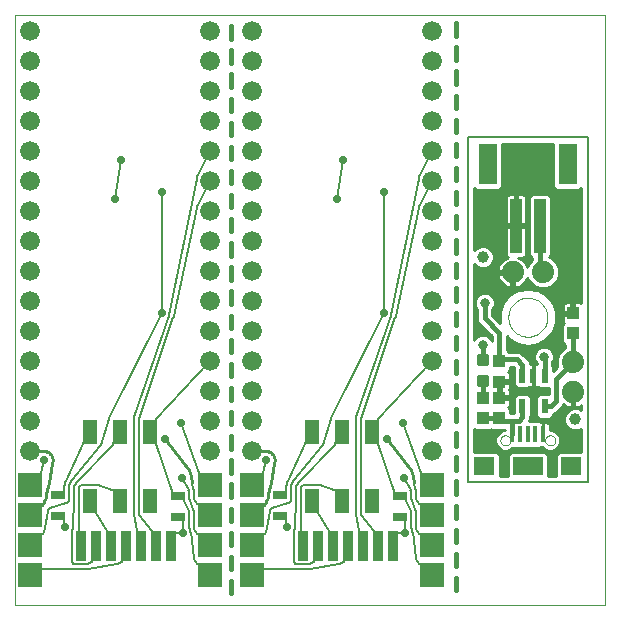
<source format=gtl>
G75*
%MOIN*%
%OFA0B0*%
%FSLAX24Y24*%
%IPPOS*%
%LPD*%
%AMOC8*
5,1,8,0,0,1.08239X$1,22.5*
%
%ADD10C,0.0000*%
%ADD11C,0.0160*%
%ADD12C,0.0080*%
%ADD13C,0.0660*%
%ADD14R,0.0500X0.0800*%
%ADD15R,0.0354X0.0984*%
%ADD16R,0.0800X0.0800*%
%ADD17R,0.0472X0.0315*%
%ADD18C,0.0118*%
%ADD19R,0.0394X0.0433*%
%ADD20R,0.0217X0.0472*%
%ADD21C,0.0000*%
%ADD22C,0.0740*%
%ADD23R,0.0709X0.0591*%
%ADD24R,0.0984X0.0591*%
%ADD25R,0.0157X0.0551*%
%ADD26C,0.0394*%
%ADD27R,0.0394X0.1811*%
%ADD28R,0.0630X0.1339*%
%ADD29C,0.0277*%
%ADD30C,0.0100*%
%ADD31C,0.0320*%
%ADD32C,0.0120*%
D10*
X030992Y033994D02*
X030992Y053680D01*
X050677Y053680D01*
X050677Y033994D01*
X030992Y033994D01*
D11*
X038192Y034394D02*
X038192Y034805D01*
X038192Y035198D02*
X038192Y035609D01*
X038192Y036002D02*
X038192Y036413D01*
X038192Y036806D02*
X038192Y037216D01*
X038192Y037610D02*
X038192Y038020D01*
X038192Y038414D02*
X038192Y038824D01*
X038192Y039218D02*
X038192Y039628D01*
X038192Y040022D02*
X038192Y040432D01*
X038192Y040826D02*
X038192Y041236D01*
X038192Y041630D02*
X038192Y042040D01*
X038192Y042434D02*
X038192Y042844D01*
X038192Y043237D02*
X038192Y043648D01*
X038192Y044041D02*
X038192Y044452D01*
X038192Y044845D02*
X038192Y045255D01*
X038192Y045649D02*
X038192Y046059D01*
X038192Y046453D02*
X038192Y046863D01*
X038192Y047257D02*
X038192Y047667D01*
X038192Y048061D02*
X038192Y048471D01*
X038192Y048865D02*
X038192Y049275D01*
X038192Y049669D02*
X038192Y050079D01*
X038192Y050473D02*
X038192Y050883D01*
X038192Y051276D02*
X038192Y051687D01*
X038192Y052080D02*
X038192Y052491D01*
X038192Y052884D02*
X038192Y053294D01*
X045692Y053394D02*
X045692Y052984D01*
X045692Y052591D02*
X045692Y052180D01*
X045692Y051787D02*
X045692Y051376D01*
X045692Y050983D02*
X045692Y050573D01*
X045692Y050179D02*
X045692Y049769D01*
X045692Y049375D02*
X045692Y048965D01*
X045692Y048571D02*
X045692Y048161D01*
X045692Y047767D02*
X045692Y047357D01*
X045692Y046963D02*
X045692Y046553D01*
X045692Y046159D02*
X045692Y045749D01*
X045692Y045355D02*
X045692Y044945D01*
X045692Y044552D02*
X045692Y044141D01*
X045692Y043748D02*
X045692Y043337D01*
X045692Y042944D02*
X045692Y042534D01*
X045692Y042140D02*
X045692Y041730D01*
X045692Y041336D02*
X045692Y040926D01*
X045692Y040532D02*
X045692Y040122D01*
X045692Y039728D02*
X045692Y039318D01*
X045692Y038924D02*
X045692Y038514D01*
X045692Y038120D02*
X045692Y037710D01*
X045692Y037316D02*
X045692Y036906D01*
X045692Y036513D02*
X045692Y036102D01*
X045692Y035709D02*
X045692Y035298D01*
X045692Y034905D02*
X045692Y034494D01*
X047580Y039685D02*
X047580Y040136D01*
X047592Y040147D01*
X047225Y040147D01*
X047136Y040237D01*
X046588Y040237D01*
X046587Y040238D01*
X046587Y040907D02*
X046587Y041471D01*
X046592Y041476D01*
X046592Y042167D02*
X046592Y042667D01*
X047137Y043068D02*
X046653Y043552D01*
X046653Y044073D01*
X047137Y043068D02*
X047137Y042120D01*
X047218Y042201D01*
X047720Y042201D01*
X047908Y042014D01*
X047908Y041643D01*
X048656Y041643D02*
X048656Y042248D01*
X048631Y042273D01*
X049042Y041544D02*
X049042Y040794D01*
X048867Y040620D01*
X048656Y040620D01*
X047908Y040620D02*
X047908Y040257D01*
X047798Y040147D01*
X047592Y040147D01*
X049042Y041544D02*
X049592Y042094D01*
X049592Y043052D01*
X049597Y043057D01*
X048592Y045094D02*
X048486Y045201D01*
X048486Y046638D01*
D12*
X050092Y049594D02*
X050092Y038094D01*
X046092Y038094D01*
X046092Y049594D01*
X050092Y049594D01*
X044892Y049126D02*
X044490Y048328D01*
X044451Y048214D02*
X043539Y043679D01*
X043530Y043646D02*
X042377Y040266D01*
X042362Y040176D02*
X042362Y037076D01*
X042366Y037028D02*
X042463Y036466D01*
X042463Y036459D02*
X042463Y036419D01*
X042600Y035967D01*
X042100Y035967D02*
X041963Y035515D01*
X041963Y035475D01*
X041945Y035442D02*
X041844Y035375D01*
X041797Y035357D02*
X040822Y035198D01*
X040778Y035195D02*
X039292Y035195D01*
X039252Y035195D01*
X038892Y034994D01*
X038892Y035994D02*
X039252Y036354D01*
X039292Y036354D01*
X039303Y036356D01*
X039314Y036361D01*
X039323Y036368D01*
X039329Y036378D01*
X039402Y036546D01*
X039411Y036579D02*
X039487Y037145D01*
X039491Y037164D01*
X039498Y037182D01*
X039509Y037199D01*
X039521Y037214D01*
X039536Y037227D01*
X039553Y037237D01*
X039571Y037244D01*
X040113Y037407D01*
X040130Y037414D01*
X040147Y037424D01*
X040161Y037436D01*
X040174Y037450D01*
X040184Y037466D01*
X040192Y037484D01*
X040196Y037502D01*
X040198Y037521D01*
X040199Y037521D02*
X040202Y037879D01*
X040362Y037878D02*
X040359Y037520D01*
X040359Y037513D02*
X040328Y036588D01*
X040311Y036503D02*
X040311Y036503D01*
X040303Y036459D02*
X040303Y035475D01*
X040305Y035454D01*
X040310Y035434D01*
X040319Y035415D01*
X040331Y035398D01*
X040346Y035383D01*
X040363Y035371D01*
X040382Y035362D01*
X040402Y035357D01*
X040423Y035355D01*
X040778Y035355D01*
X040844Y035375D02*
X040945Y035442D01*
X040963Y035475D02*
X040963Y035515D01*
X041100Y035967D01*
X040600Y035967D02*
X040522Y036419D01*
X040522Y036459D01*
X040522Y037876D01*
X040201Y037880D02*
X040203Y037917D01*
X040208Y037954D01*
X040216Y037990D01*
X040227Y038026D01*
X040241Y038060D01*
X040258Y038093D01*
X040278Y038125D01*
X040300Y038155D01*
X040301Y038154D02*
X041235Y039300D01*
X041257Y039340D02*
X041527Y040211D01*
X041535Y040229D02*
X043286Y043729D01*
X043530Y043646D02*
X043535Y043662D01*
X043539Y043678D01*
X043695Y043643D02*
X044452Y047219D01*
X044490Y047328D02*
X044892Y048126D01*
X044451Y048215D02*
X044461Y048254D01*
X044474Y048292D01*
X044490Y048329D01*
X044490Y047328D02*
X044474Y047293D01*
X044461Y047257D01*
X044452Y047219D01*
X043289Y047759D02*
X043286Y043729D01*
X043695Y043643D02*
X043689Y043618D01*
X043682Y043594D01*
X042528Y040214D01*
X042522Y040176D02*
X042522Y037076D01*
X042548Y037001D02*
X042955Y036484D01*
X042963Y036459D02*
X042963Y036419D01*
X043100Y035967D01*
X043600Y035967D02*
X043738Y036387D01*
X043778Y036387D01*
X043995Y036387D01*
X044250Y036424D02*
X044246Y036445D01*
X044241Y036466D01*
X044233Y036486D01*
X044234Y036486D02*
X044233Y036487D01*
X044251Y036424D02*
X044373Y035577D01*
X044382Y035546D02*
X044455Y035378D01*
X044461Y035368D01*
X044470Y035361D01*
X044481Y035356D01*
X044492Y035354D01*
X044532Y035354D01*
X044892Y034994D01*
X044382Y035547D02*
X044377Y035562D01*
X044373Y035578D01*
X044892Y035994D02*
X044532Y036354D01*
X044492Y036354D01*
X044481Y036356D01*
X044470Y036361D01*
X044461Y036368D01*
X044455Y036378D01*
X044382Y036546D01*
X044372Y036591D02*
X044359Y037086D01*
X044343Y037171D02*
X044227Y037502D01*
X044212Y037577D02*
X044198Y037795D01*
X044183Y037847D02*
X043963Y038234D01*
X044289Y038070D02*
X044348Y037864D01*
X044358Y037805D02*
X044372Y037587D01*
X044382Y037546D02*
X044455Y037378D01*
X044461Y037368D01*
X044470Y037361D01*
X044481Y037356D01*
X044492Y037354D01*
X044532Y037354D01*
X044892Y036994D01*
X044372Y036591D02*
X044373Y036575D01*
X044377Y036560D01*
X044382Y036546D01*
X044233Y036487D02*
X044225Y036511D01*
X044218Y036536D01*
X044214Y036561D01*
X044212Y036587D01*
X044199Y037082D01*
X044188Y037128D02*
X044042Y037456D01*
X044038Y037472D02*
X044038Y037512D01*
X043842Y037630D01*
X043646Y037747D01*
X043646Y037787D01*
X043644Y037800D02*
X043104Y039363D01*
X043102Y039376D02*
X043102Y039416D01*
X042892Y039776D01*
X043102Y040136D01*
X043102Y040176D01*
X043113Y040203D02*
X044892Y042126D01*
X043940Y040059D02*
X044531Y038402D01*
X044532Y038394D02*
X044532Y038354D01*
X044892Y037994D01*
X044372Y037587D02*
X044375Y037567D01*
X044382Y037547D01*
X044228Y037502D02*
X044220Y037526D01*
X044215Y037551D01*
X044213Y037576D01*
X044038Y037472D02*
X044039Y037464D01*
X044041Y037456D01*
X044198Y037795D02*
X044195Y037813D01*
X044190Y037830D01*
X044182Y037846D01*
X044347Y037865D02*
X044354Y037835D01*
X044357Y037806D01*
X044532Y038394D02*
X044531Y038402D01*
X044342Y037171D02*
X044350Y037144D01*
X044356Y037115D01*
X044358Y037087D01*
X044198Y037082D02*
X044197Y037098D01*
X044193Y037113D01*
X044188Y037128D01*
X043995Y036804D02*
X043842Y036921D01*
X043995Y036804D02*
X043995Y036764D01*
X043995Y036387D01*
X043646Y037787D02*
X043645Y037794D01*
X043644Y037800D01*
X042954Y036484D02*
X042959Y036476D01*
X042962Y036468D01*
X042963Y036459D01*
X042463Y036459D02*
X042462Y036466D01*
X042548Y037002D02*
X042537Y037018D01*
X042529Y037037D01*
X042524Y037056D01*
X042522Y037076D01*
X042362Y037076D02*
X042363Y037052D01*
X042366Y037028D01*
X041892Y037476D02*
X041682Y037836D01*
X041642Y037836D01*
X041629Y037838D02*
X041181Y037989D01*
X041142Y037996D02*
X040642Y037996D01*
X040621Y037994D01*
X040601Y037989D01*
X040582Y037980D01*
X040565Y037968D01*
X040550Y037953D01*
X040538Y037936D01*
X040529Y037917D01*
X040524Y037897D01*
X040522Y037876D01*
X040362Y037878D02*
X040364Y037909D01*
X040369Y037939D01*
X040377Y037968D01*
X040389Y037996D01*
X040403Y038022D01*
X040421Y038047D01*
X040440Y038070D01*
X041671Y039348D01*
X041682Y039376D02*
X041682Y039416D01*
X041892Y039776D01*
X041527Y040211D02*
X041535Y040229D01*
X040892Y039776D02*
X040682Y039416D01*
X040682Y039376D01*
X040678Y039359D02*
X040099Y038132D01*
X040042Y037909D02*
X040038Y037840D01*
X040038Y037837D01*
X040038Y037797D01*
X039842Y037680D01*
X040358Y037520D02*
X040358Y037513D01*
X040042Y037909D02*
X040046Y037956D01*
X040054Y038001D01*
X040066Y038046D01*
X040080Y038090D01*
X040099Y038133D01*
X039252Y038394D02*
X039253Y038404D01*
X039382Y038844D01*
X039252Y038394D02*
X039252Y038354D01*
X038892Y037994D01*
X039411Y036578D02*
X039408Y036562D01*
X039402Y036546D01*
X039842Y036971D02*
X040038Y036854D01*
X040038Y036814D01*
X040039Y036808D02*
X040071Y036596D01*
X040312Y036503D02*
X040321Y036531D01*
X040326Y036559D01*
X040329Y036587D01*
X040311Y036502D02*
X040307Y036488D01*
X040304Y036474D01*
X040303Y036459D01*
X040038Y036808D02*
X040038Y036814D01*
X040892Y037476D02*
X041102Y037116D01*
X041102Y037076D01*
X041108Y037055D02*
X041457Y036480D01*
X041463Y036459D02*
X041463Y036419D01*
X041600Y035967D01*
X041844Y035375D02*
X041829Y035367D01*
X041814Y035360D01*
X041797Y035357D01*
X041945Y035442D02*
X041953Y035448D01*
X041958Y035456D01*
X041962Y035465D01*
X041963Y035475D01*
X041463Y036459D02*
X041462Y036470D01*
X041457Y036480D01*
X041108Y037055D02*
X041103Y037065D01*
X041102Y037076D01*
X041180Y037990D02*
X041161Y037994D01*
X041142Y037996D01*
X041629Y037838D02*
X041635Y037837D01*
X041642Y037836D01*
X041671Y039348D02*
X041677Y039356D01*
X041681Y039366D01*
X041682Y039376D01*
X041257Y039340D02*
X041251Y039326D01*
X041244Y039313D01*
X041235Y039300D01*
X040682Y039376D02*
X040681Y039367D01*
X040678Y039359D01*
X042522Y040176D02*
X042524Y040196D01*
X042528Y040215D01*
X042377Y040266D02*
X042369Y040237D01*
X042364Y040207D01*
X042362Y040176D01*
X043102Y040176D02*
X043103Y040186D01*
X043107Y040195D01*
X043113Y040203D01*
X043102Y039376D02*
X043103Y039369D01*
X043104Y039363D01*
X040963Y035475D02*
X040962Y035465D01*
X040958Y035456D01*
X040953Y035448D01*
X040945Y035442D01*
X040844Y035375D02*
X040829Y035366D01*
X040812Y035360D01*
X040795Y035356D01*
X040778Y035355D01*
X040778Y035195D02*
X040801Y035196D01*
X040823Y035199D01*
X037492Y034994D02*
X037132Y035354D01*
X037092Y035354D01*
X037081Y035356D01*
X037070Y035361D01*
X037061Y035368D01*
X037055Y035378D01*
X036982Y035546D01*
X036973Y035577D02*
X036851Y036424D01*
X036834Y036486D02*
X036833Y036487D01*
X036812Y036587D02*
X036799Y037082D01*
X036788Y037128D02*
X036642Y037456D01*
X036638Y037472D02*
X036638Y037512D01*
X036442Y037630D01*
X036246Y037747D01*
X036246Y037787D01*
X036244Y037800D02*
X035704Y039363D01*
X035702Y039376D02*
X035702Y039416D01*
X035492Y039776D01*
X035702Y040136D01*
X035702Y040176D01*
X035713Y040203D02*
X037492Y042126D01*
X036282Y043594D02*
X035128Y040214D01*
X035122Y040176D02*
X035122Y037076D01*
X035148Y037001D02*
X035555Y036484D01*
X035563Y036459D02*
X035563Y036419D01*
X035700Y035967D01*
X035200Y035967D02*
X035063Y036419D01*
X035063Y036459D01*
X035063Y036466D02*
X034966Y037028D01*
X034962Y037076D02*
X034962Y040176D01*
X034977Y040266D02*
X036130Y043646D01*
X036139Y043679D02*
X037051Y048214D01*
X037090Y048328D02*
X037492Y049126D01*
X037492Y048126D02*
X037090Y047328D01*
X037052Y047219D02*
X036295Y043643D01*
X035886Y043729D02*
X034135Y040229D01*
X034127Y040211D02*
X033857Y039340D01*
X033835Y039300D02*
X032901Y038154D01*
X033040Y038070D02*
X034271Y039348D01*
X034282Y039376D02*
X034282Y039416D01*
X034492Y039776D01*
X034127Y040211D02*
X034135Y040229D01*
X034282Y039376D02*
X034281Y039366D01*
X034277Y039356D01*
X034271Y039348D01*
X033857Y039340D02*
X033851Y039326D01*
X033844Y039313D01*
X033835Y039300D01*
X033282Y039376D02*
X033282Y039416D01*
X033492Y039776D01*
X033278Y039359D02*
X032699Y038132D01*
X032642Y037909D02*
X032638Y037840D01*
X032638Y037837D01*
X032638Y037797D01*
X032442Y037680D01*
X032958Y037520D02*
X032958Y037513D01*
X032959Y037513D02*
X032928Y036588D01*
X032911Y036503D02*
X032911Y036503D01*
X032903Y036459D02*
X032903Y035475D01*
X032905Y035454D01*
X032910Y035434D01*
X032919Y035415D01*
X032931Y035398D01*
X032946Y035383D01*
X032963Y035371D01*
X032982Y035362D01*
X033002Y035357D01*
X033023Y035355D01*
X033378Y035355D01*
X033444Y035375D02*
X033545Y035442D01*
X033563Y035475D02*
X033563Y035515D01*
X033700Y035967D01*
X033200Y035967D02*
X033122Y036419D01*
X033122Y036459D01*
X033122Y037876D01*
X032801Y037880D02*
X032803Y037917D01*
X032808Y037954D01*
X032816Y037990D01*
X032827Y038026D01*
X032841Y038060D01*
X032858Y038093D01*
X032878Y038125D01*
X032900Y038155D01*
X032962Y037878D02*
X032959Y037520D01*
X032799Y037521D02*
X032802Y037879D01*
X032798Y037521D02*
X032796Y037502D01*
X032792Y037484D01*
X032784Y037466D01*
X032774Y037450D01*
X032761Y037436D01*
X032747Y037424D01*
X032730Y037414D01*
X032713Y037407D01*
X032171Y037244D01*
X032153Y037237D01*
X032136Y037227D01*
X032121Y037214D01*
X032109Y037199D01*
X032098Y037182D01*
X032091Y037164D01*
X032087Y037145D01*
X032011Y036579D01*
X032002Y036546D02*
X031929Y036378D01*
X031923Y036368D01*
X031914Y036361D01*
X031903Y036356D01*
X031892Y036354D01*
X031852Y036354D01*
X031492Y035994D01*
X032002Y036546D02*
X032008Y036562D01*
X032011Y036578D01*
X032442Y036971D02*
X032638Y036854D01*
X032638Y036814D01*
X032639Y036808D02*
X032671Y036596D01*
X032912Y036503D02*
X032921Y036531D01*
X032926Y036559D01*
X032929Y036587D01*
X032911Y036502D02*
X032907Y036488D01*
X032904Y036474D01*
X032903Y036459D01*
X032638Y036808D02*
X032638Y036814D01*
X033492Y037476D02*
X033702Y037116D01*
X033702Y037076D01*
X033708Y037055D02*
X034057Y036480D01*
X034063Y036459D02*
X034063Y036419D01*
X034200Y035967D01*
X034700Y035967D02*
X034563Y035515D01*
X034563Y035475D01*
X034545Y035442D02*
X034444Y035375D01*
X034397Y035357D02*
X033422Y035198D01*
X033378Y035195D02*
X031892Y035195D01*
X031852Y035195D01*
X031492Y034994D01*
X033378Y035195D02*
X033401Y035196D01*
X033423Y035199D01*
X033378Y035355D02*
X033395Y035356D01*
X033412Y035360D01*
X033429Y035366D01*
X033444Y035375D01*
X033545Y035442D02*
X033553Y035448D01*
X033558Y035456D01*
X033562Y035465D01*
X033563Y035475D01*
X034397Y035357D02*
X034414Y035360D01*
X034429Y035367D01*
X034444Y035375D01*
X034545Y035442D02*
X034553Y035448D01*
X034558Y035456D01*
X034562Y035465D01*
X034563Y035475D01*
X035063Y036459D02*
X035062Y036466D01*
X035554Y036484D02*
X035559Y036476D01*
X035562Y036468D01*
X035563Y036459D01*
X035148Y037002D02*
X035137Y037018D01*
X035129Y037037D01*
X035124Y037056D01*
X035122Y037076D01*
X034962Y037076D02*
X034963Y037052D01*
X034966Y037028D01*
X034492Y037476D02*
X034282Y037836D01*
X034242Y037836D01*
X034229Y037838D02*
X033781Y037989D01*
X033742Y037996D02*
X033242Y037996D01*
X033221Y037994D01*
X033201Y037989D01*
X033182Y037980D01*
X033165Y037968D01*
X033150Y037953D01*
X033138Y037936D01*
X033129Y037917D01*
X033124Y037897D01*
X033122Y037876D01*
X032962Y037878D02*
X032964Y037909D01*
X032969Y037939D01*
X032977Y037968D01*
X032989Y037996D01*
X033003Y038022D01*
X033021Y038047D01*
X033040Y038070D01*
X032699Y038133D02*
X032680Y038090D01*
X032666Y038046D01*
X032654Y038001D01*
X032646Y037956D01*
X032642Y037909D01*
X033278Y039359D02*
X033281Y039367D01*
X033282Y039376D01*
X033742Y037996D02*
X033761Y037994D01*
X033780Y037990D01*
X034229Y037838D02*
X034235Y037837D01*
X034242Y037836D01*
X033702Y037076D02*
X033703Y037065D01*
X033708Y037055D01*
X034057Y036480D02*
X034062Y036470D01*
X034063Y036459D01*
X035704Y039363D02*
X035703Y039369D01*
X035702Y039376D01*
X035702Y040176D02*
X035703Y040186D01*
X035707Y040195D01*
X035713Y040203D01*
X034977Y040266D02*
X034969Y040237D01*
X034964Y040207D01*
X034962Y040176D01*
X035122Y040176D02*
X035124Y040196D01*
X035128Y040215D01*
X036540Y040059D02*
X037131Y038402D01*
X037132Y038394D02*
X037132Y038354D01*
X037492Y037994D01*
X036948Y037864D02*
X036889Y038070D01*
X036783Y037847D02*
X036563Y038234D01*
X036947Y037865D02*
X036954Y037835D01*
X036957Y037806D01*
X036958Y037805D02*
X036972Y037587D01*
X036982Y037546D02*
X037055Y037378D01*
X037061Y037368D01*
X037070Y037361D01*
X037081Y037356D01*
X037092Y037354D01*
X037132Y037354D01*
X037492Y036994D01*
X036959Y037086D02*
X036972Y036591D01*
X036982Y036546D02*
X037055Y036378D01*
X037061Y036368D01*
X037070Y036361D01*
X037081Y036356D01*
X037092Y036354D01*
X037132Y036354D01*
X037492Y035994D01*
X036973Y035578D02*
X036977Y035562D01*
X036982Y035547D01*
X036200Y035967D02*
X036338Y036387D01*
X036378Y036387D01*
X036595Y036387D01*
X036850Y036424D02*
X036846Y036445D01*
X036841Y036466D01*
X036833Y036486D01*
X036595Y036387D02*
X036595Y036764D01*
X036595Y036804D01*
X036442Y036921D01*
X036798Y037082D02*
X036797Y037098D01*
X036793Y037113D01*
X036788Y037128D01*
X036942Y037171D02*
X036950Y037144D01*
X036956Y037115D01*
X036958Y037087D01*
X036943Y037171D02*
X036827Y037502D01*
X036812Y037577D02*
X036798Y037795D01*
X036795Y037813D01*
X036790Y037830D01*
X036782Y037846D01*
X036638Y037472D02*
X036639Y037464D01*
X036641Y037456D01*
X036828Y037502D02*
X036820Y037526D01*
X036815Y037551D01*
X036813Y037576D01*
X036972Y037587D02*
X036975Y037567D01*
X036982Y037547D01*
X036246Y037787D02*
X036245Y037794D01*
X036244Y037800D01*
X037132Y038394D02*
X037131Y038402D01*
X036972Y036591D02*
X036973Y036575D01*
X036977Y036560D01*
X036982Y036546D01*
X036833Y036487D02*
X036825Y036511D01*
X036818Y036536D01*
X036814Y036561D01*
X036812Y036587D01*
X036130Y043646D02*
X036135Y043662D01*
X036139Y043678D01*
X035886Y043729D02*
X035889Y047759D01*
X034344Y047544D02*
X034534Y048843D01*
X037051Y048215D02*
X037061Y048254D01*
X037074Y048292D01*
X037090Y048329D01*
X037090Y047328D02*
X037074Y047293D01*
X037061Y047257D01*
X037052Y047219D01*
X036295Y043643D02*
X036289Y043618D01*
X036282Y043594D01*
X031982Y038844D02*
X031853Y038404D01*
X031852Y038394D02*
X031852Y038354D01*
X031492Y037994D01*
X031852Y038394D02*
X031853Y038404D01*
X041744Y047544D02*
X041934Y048843D01*
D13*
X044892Y049126D03*
X044892Y050126D03*
X044892Y051126D03*
X044892Y052126D03*
X044892Y053126D03*
X044892Y048126D03*
X044892Y047126D03*
X044892Y046126D03*
X044892Y045126D03*
X044892Y044126D03*
X044892Y043126D03*
X044892Y042126D03*
X044892Y041126D03*
X044892Y040126D03*
X044892Y039126D03*
X038892Y039126D03*
X038892Y040126D03*
X038892Y041126D03*
X038892Y042126D03*
X038892Y043126D03*
X038892Y044126D03*
X038892Y045126D03*
X038892Y046126D03*
X038892Y047126D03*
X038892Y048126D03*
X038892Y049126D03*
X038892Y050126D03*
X038892Y051126D03*
X038892Y052126D03*
X038892Y053126D03*
X037492Y053126D03*
X037492Y052126D03*
X037492Y051126D03*
X037492Y050126D03*
X037492Y049126D03*
X037492Y048126D03*
X037492Y047126D03*
X037492Y046126D03*
X037492Y045126D03*
X037492Y044126D03*
X037492Y043126D03*
X037492Y042126D03*
X037492Y041126D03*
X037492Y040126D03*
X037492Y039126D03*
X031492Y039126D03*
X031492Y040126D03*
X031492Y041126D03*
X031492Y042126D03*
X031492Y043126D03*
X031492Y044126D03*
X031492Y045126D03*
X031492Y046126D03*
X031492Y047126D03*
X031492Y048126D03*
X031492Y049126D03*
X031492Y050126D03*
X031492Y051126D03*
X031492Y052126D03*
X031492Y053126D03*
D14*
X033492Y039776D03*
X034492Y039776D03*
X035492Y039776D03*
X035492Y037476D03*
X034492Y037476D03*
X033492Y037476D03*
X040892Y037476D03*
X041892Y037476D03*
X042892Y037476D03*
X042892Y039776D03*
X041892Y039776D03*
X040892Y039776D03*
D15*
X041100Y035967D03*
X040600Y035967D03*
X041600Y035967D03*
X042100Y035967D03*
X042600Y035967D03*
X043100Y035967D03*
X043600Y035967D03*
X036200Y035967D03*
X035700Y035967D03*
X035200Y035967D03*
X034700Y035967D03*
X034200Y035967D03*
X033700Y035967D03*
X033200Y035967D03*
D16*
X031492Y035994D03*
X031492Y034994D03*
X031492Y036994D03*
X031492Y037994D03*
X037492Y037994D03*
X037492Y036994D03*
X037492Y035994D03*
X037492Y034994D03*
X038892Y034994D03*
X038892Y035994D03*
X038892Y036994D03*
X038892Y037994D03*
X044892Y037994D03*
X044892Y036994D03*
X044892Y035994D03*
X044892Y034994D03*
D17*
X043842Y036921D03*
X043842Y037630D03*
X039842Y037680D03*
X039842Y036971D03*
X036442Y036921D03*
X036442Y037630D03*
X032442Y037680D03*
X032442Y036971D03*
D18*
X046454Y041338D02*
X046730Y041338D01*
X046454Y041338D02*
X046454Y041614D01*
X046730Y041614D01*
X046730Y041338D01*
X046730Y041455D02*
X046454Y041455D01*
X046454Y041572D02*
X046730Y041572D01*
X046730Y042029D02*
X046454Y042029D01*
X046454Y042305D01*
X046730Y042305D01*
X046730Y042029D01*
X046730Y042146D02*
X046454Y042146D01*
X046454Y042263D02*
X046730Y042263D01*
D19*
X047137Y042120D03*
X047137Y041451D03*
X047136Y040906D03*
X046587Y040907D03*
X046587Y040238D03*
X047136Y040237D03*
X049597Y043057D03*
X049597Y043726D03*
D20*
X048656Y041643D03*
X048282Y041643D03*
X047908Y041643D03*
X047908Y040620D03*
X048656Y040620D03*
D21*
X048673Y039489D02*
X048675Y039514D01*
X048681Y039539D01*
X048690Y039563D01*
X048703Y039585D01*
X048720Y039605D01*
X048739Y039622D01*
X048760Y039636D01*
X048784Y039646D01*
X048808Y039653D01*
X048834Y039656D01*
X048859Y039655D01*
X048884Y039650D01*
X048908Y039641D01*
X048931Y039629D01*
X048951Y039614D01*
X048969Y039595D01*
X048984Y039574D01*
X048995Y039551D01*
X049003Y039527D01*
X049007Y039502D01*
X049007Y039476D01*
X049003Y039451D01*
X048995Y039427D01*
X048984Y039404D01*
X048969Y039383D01*
X048951Y039364D01*
X048931Y039349D01*
X048908Y039337D01*
X048884Y039328D01*
X048859Y039323D01*
X048834Y039322D01*
X048808Y039325D01*
X048784Y039332D01*
X048760Y039342D01*
X048739Y039356D01*
X048720Y039373D01*
X048703Y039393D01*
X048690Y039415D01*
X048681Y039439D01*
X048675Y039464D01*
X048673Y039489D01*
X047177Y039489D02*
X047179Y039514D01*
X047185Y039539D01*
X047194Y039563D01*
X047207Y039585D01*
X047224Y039605D01*
X047243Y039622D01*
X047264Y039636D01*
X047288Y039646D01*
X047312Y039653D01*
X047338Y039656D01*
X047363Y039655D01*
X047388Y039650D01*
X047412Y039641D01*
X047435Y039629D01*
X047455Y039614D01*
X047473Y039595D01*
X047488Y039574D01*
X047499Y039551D01*
X047507Y039527D01*
X047511Y039502D01*
X047511Y039476D01*
X047507Y039451D01*
X047499Y039427D01*
X047488Y039404D01*
X047473Y039383D01*
X047455Y039364D01*
X047435Y039349D01*
X047412Y039337D01*
X047388Y039328D01*
X047363Y039323D01*
X047338Y039322D01*
X047312Y039325D01*
X047288Y039332D01*
X047264Y039342D01*
X047243Y039356D01*
X047224Y039373D01*
X047207Y039393D01*
X047194Y039415D01*
X047185Y039439D01*
X047179Y039464D01*
X047177Y039489D01*
X047442Y043594D02*
X047444Y043644D01*
X047450Y043694D01*
X047460Y043744D01*
X047473Y043792D01*
X047490Y043840D01*
X047511Y043886D01*
X047535Y043930D01*
X047563Y043972D01*
X047594Y044012D01*
X047628Y044049D01*
X047665Y044084D01*
X047704Y044115D01*
X047745Y044144D01*
X047789Y044169D01*
X047835Y044191D01*
X047882Y044209D01*
X047930Y044223D01*
X047979Y044234D01*
X048029Y044241D01*
X048079Y044244D01*
X048130Y044243D01*
X048180Y044238D01*
X048230Y044229D01*
X048278Y044217D01*
X048326Y044200D01*
X048372Y044180D01*
X048417Y044157D01*
X048460Y044130D01*
X048500Y044100D01*
X048538Y044067D01*
X048573Y044031D01*
X048606Y043992D01*
X048635Y043951D01*
X048661Y043908D01*
X048684Y043863D01*
X048703Y043816D01*
X048718Y043768D01*
X048730Y043719D01*
X048738Y043669D01*
X048742Y043619D01*
X048742Y043569D01*
X048738Y043519D01*
X048730Y043469D01*
X048718Y043420D01*
X048703Y043372D01*
X048684Y043325D01*
X048661Y043280D01*
X048635Y043237D01*
X048606Y043196D01*
X048573Y043157D01*
X048538Y043121D01*
X048500Y043088D01*
X048460Y043058D01*
X048417Y043031D01*
X048372Y043008D01*
X048326Y042988D01*
X048278Y042971D01*
X048230Y042959D01*
X048180Y042950D01*
X048130Y042945D01*
X048079Y042944D01*
X048029Y042947D01*
X047979Y042954D01*
X047930Y042965D01*
X047882Y042979D01*
X047835Y042997D01*
X047789Y043019D01*
X047745Y043044D01*
X047704Y043073D01*
X047665Y043104D01*
X047628Y043139D01*
X047594Y043176D01*
X047563Y043216D01*
X047535Y043258D01*
X047511Y043302D01*
X047490Y043348D01*
X047473Y043396D01*
X047460Y043444D01*
X047450Y043494D01*
X047444Y043544D01*
X047442Y043594D01*
D22*
X047592Y045094D03*
X048592Y045094D03*
X049592Y042094D03*
X049592Y041094D03*
D23*
X049543Y038622D03*
X046642Y038622D03*
D24*
X048092Y038622D03*
D25*
X048092Y039685D03*
X047836Y039685D03*
X047580Y039685D03*
X048348Y039685D03*
X048604Y039685D03*
D26*
X049677Y040189D03*
X046592Y045594D03*
D27*
X047698Y046638D03*
X048486Y046638D03*
D28*
X049431Y048685D03*
X046754Y048685D03*
D29*
X043289Y047759D03*
X041744Y047544D03*
X041934Y048843D03*
X043286Y043729D03*
X043940Y040059D03*
X043390Y039526D03*
X043963Y038234D03*
X043995Y036387D03*
X040071Y036596D03*
X039382Y038844D03*
X036563Y038234D03*
X036595Y036387D03*
X035990Y039526D03*
X036540Y040059D03*
X035886Y043729D03*
X035889Y047759D03*
X034534Y048843D03*
X034344Y047544D03*
X031982Y038844D03*
X032671Y036596D03*
D30*
X031938Y037374D02*
X032011Y037542D01*
X032011Y037543D02*
X032017Y037558D01*
X032020Y037573D01*
X031938Y037374D02*
X031932Y037364D01*
X031924Y037356D01*
X031914Y037349D01*
X031903Y037345D01*
X031892Y037344D01*
X031842Y037344D01*
X031492Y036994D01*
X032132Y038084D02*
X032237Y038750D01*
X032236Y038750D02*
X032245Y038781D01*
X032251Y038812D01*
X032253Y038844D01*
X032251Y038876D01*
X032246Y038908D01*
X032237Y038939D01*
X032225Y038969D01*
X032209Y038997D01*
X032191Y039023D01*
X032169Y039047D01*
X032145Y039068D01*
X032119Y039086D01*
X032090Y039102D01*
X032060Y039113D01*
X032029Y039122D01*
X032030Y039122D02*
X031492Y039126D01*
X035990Y039526D02*
X036783Y038487D01*
X036871Y038308D02*
X036889Y038070D01*
X036871Y038308D02*
X036858Y038346D01*
X036843Y038383D01*
X036826Y038419D01*
X036806Y038454D01*
X036784Y038487D01*
X032132Y038084D02*
X032100Y037957D01*
X032070Y037830D01*
X032044Y037702D01*
X032021Y037573D01*
X038892Y036994D02*
X039242Y037344D01*
X039292Y037344D01*
X039303Y037345D01*
X039314Y037349D01*
X039324Y037356D01*
X039332Y037364D01*
X039338Y037374D01*
X039411Y037542D01*
X039411Y037543D02*
X039417Y037558D01*
X039420Y037573D01*
X039532Y038084D02*
X039637Y038750D01*
X039636Y038750D02*
X039645Y038781D01*
X039651Y038812D01*
X039653Y038844D01*
X039651Y038876D01*
X039646Y038908D01*
X039637Y038939D01*
X039625Y038969D01*
X039609Y038997D01*
X039591Y039023D01*
X039569Y039047D01*
X039545Y039068D01*
X039519Y039086D01*
X039490Y039102D01*
X039460Y039113D01*
X039429Y039122D01*
X039430Y039122D02*
X038892Y039126D01*
X043390Y039526D02*
X044183Y038487D01*
X044271Y038308D02*
X044289Y038070D01*
X044271Y038308D02*
X044258Y038346D01*
X044243Y038383D01*
X044226Y038419D01*
X044206Y038454D01*
X044184Y038487D01*
X039532Y038084D02*
X039500Y037957D01*
X039470Y037830D01*
X039444Y037702D01*
X039421Y037573D01*
X046302Y039088D02*
X046302Y039869D01*
X046320Y039851D01*
X046854Y039851D01*
X046861Y039858D01*
X046869Y039850D01*
X047330Y039850D01*
X047330Y039826D01*
X047277Y039826D01*
X047153Y039775D01*
X047058Y039680D01*
X047007Y039556D01*
X047007Y039422D01*
X047058Y039298D01*
X047153Y039203D01*
X047277Y039151D01*
X047411Y039151D01*
X047535Y039203D01*
X047572Y039240D01*
X048497Y039240D01*
X048517Y039260D01*
X048592Y039260D01*
X048649Y039203D01*
X048773Y039151D01*
X048907Y039151D01*
X049031Y039203D01*
X049126Y039298D01*
X049177Y039422D01*
X049177Y039556D01*
X049126Y039680D01*
X049031Y039775D01*
X048907Y039826D01*
X048833Y039826D01*
X048833Y039981D01*
X048822Y040019D01*
X048803Y040053D01*
X048775Y040081D01*
X048741Y040101D01*
X048702Y040111D01*
X048604Y040111D01*
X048604Y039729D01*
X048604Y040111D01*
X048517Y040111D01*
X048497Y040131D01*
X048126Y040131D01*
X048158Y040208D01*
X048158Y040285D01*
X048186Y040313D01*
X048186Y040926D01*
X048087Y041026D01*
X047729Y041026D01*
X047630Y040926D01*
X047630Y040397D01*
X047503Y040397D01*
X047503Y040524D01*
X047441Y040586D01*
X047453Y040597D01*
X047473Y040632D01*
X047483Y040670D01*
X047483Y040858D01*
X047185Y040858D01*
X047185Y040955D01*
X047483Y040955D01*
X047483Y041142D01*
X047474Y041177D01*
X047484Y041215D01*
X047484Y041402D01*
X047186Y041402D01*
X047186Y041499D01*
X047484Y041499D01*
X047484Y041687D01*
X047474Y041725D01*
X047454Y041759D01*
X047442Y041771D01*
X047504Y041833D01*
X047504Y041951D01*
X047617Y041951D01*
X047630Y041938D01*
X047630Y041337D01*
X047729Y041237D01*
X048087Y041237D01*
X048117Y041267D01*
X048154Y041257D01*
X048278Y041257D01*
X048278Y041639D01*
X048286Y041639D01*
X048286Y041257D01*
X048410Y041257D01*
X048447Y041267D01*
X048477Y041237D01*
X048792Y041237D01*
X048792Y041026D01*
X048477Y041026D01*
X048378Y040926D01*
X048378Y040313D01*
X048477Y040213D01*
X048835Y040213D01*
X048934Y040313D01*
X048934Y040377D01*
X049009Y040408D01*
X049184Y040583D01*
X049254Y040653D01*
X049268Y040687D01*
X049320Y040650D01*
X049393Y040613D01*
X049470Y040587D01*
X049551Y040574D01*
X049554Y040574D01*
X049554Y041056D01*
X049631Y041056D01*
X049631Y040574D01*
X049633Y040574D01*
X049714Y040587D01*
X049792Y040613D01*
X049865Y040650D01*
X049882Y040662D01*
X049882Y040502D01*
X049750Y040556D01*
X049604Y040556D01*
X049469Y040500D01*
X049366Y040397D01*
X048983Y040397D01*
X048920Y040299D02*
X049325Y040299D01*
X049310Y040262D02*
X049310Y040117D01*
X049366Y039982D01*
X049469Y039878D01*
X049604Y039823D01*
X049750Y039823D01*
X049882Y039877D01*
X049882Y039088D01*
X049118Y039088D01*
X049018Y038988D01*
X049018Y038304D01*
X048754Y038304D01*
X048754Y038988D01*
X048655Y039088D01*
X047530Y039088D01*
X047430Y038988D01*
X047430Y038304D01*
X047166Y038304D01*
X047166Y038988D01*
X047066Y039088D01*
X046302Y039088D01*
X046302Y039117D02*
X049882Y039117D01*
X049882Y039215D02*
X049044Y039215D01*
X049133Y039314D02*
X049882Y039314D01*
X049882Y039412D02*
X049174Y039412D01*
X049177Y039511D02*
X049882Y039511D01*
X049882Y039609D02*
X049155Y039609D01*
X049098Y039708D02*
X049882Y039708D01*
X049882Y039806D02*
X048955Y039806D01*
X048833Y039905D02*
X049443Y039905D01*
X049357Y040003D02*
X048827Y040003D01*
X048738Y040102D02*
X049316Y040102D01*
X049310Y040200D02*
X048155Y040200D01*
X048172Y040299D02*
X048392Y040299D01*
X048378Y040397D02*
X048186Y040397D01*
X048186Y040496D02*
X048378Y040496D01*
X048378Y040594D02*
X048186Y040594D01*
X048186Y040693D02*
X048378Y040693D01*
X048378Y040791D02*
X048186Y040791D01*
X048186Y040890D02*
X048378Y040890D01*
X048440Y040988D02*
X048125Y040988D01*
X048278Y041284D02*
X048286Y041284D01*
X048278Y041382D02*
X048286Y041382D01*
X048278Y041481D02*
X048286Y041481D01*
X048278Y041579D02*
X048286Y041579D01*
X048286Y041647D02*
X048278Y041647D01*
X048278Y042030D01*
X048158Y042030D01*
X048158Y042063D01*
X048120Y042155D01*
X047932Y042343D01*
X047862Y042413D01*
X047770Y042451D01*
X047460Y042451D01*
X047404Y042507D01*
X047387Y042507D01*
X047387Y042972D01*
X047479Y042863D01*
X047766Y042698D01*
X048092Y042640D01*
X048092Y042640D01*
X048419Y042698D01*
X048706Y042863D01*
X048919Y043117D01*
X048919Y043117D01*
X049032Y043429D01*
X049032Y043760D01*
X048919Y044072D01*
X048706Y044326D01*
X048706Y044326D01*
X048706Y044326D01*
X048419Y044491D01*
X048419Y044491D01*
X048092Y044549D01*
X047766Y044491D01*
X047479Y044326D01*
X047479Y044326D01*
X047266Y044072D01*
X047266Y044072D01*
X047152Y043760D01*
X047152Y043429D01*
X047165Y043395D01*
X046903Y043656D01*
X046903Y043857D01*
X046933Y043887D01*
X046983Y044008D01*
X046983Y044139D01*
X046933Y044260D01*
X046840Y044353D01*
X046719Y044403D01*
X046587Y044403D01*
X046466Y044353D01*
X046373Y044260D01*
X046323Y044139D01*
X046323Y044008D01*
X046373Y043887D01*
X046403Y043857D01*
X046403Y043503D01*
X046441Y043411D01*
X046512Y043341D01*
X046887Y042965D01*
X046887Y042811D01*
X046867Y042859D01*
X046774Y042952D01*
X046653Y043002D01*
X046521Y043002D01*
X046400Y042952D01*
X046307Y042859D01*
X046302Y042847D01*
X046302Y045366D01*
X046384Y045283D01*
X046519Y045228D01*
X046665Y045228D01*
X046800Y045283D01*
X046903Y045387D01*
X046959Y045522D01*
X046959Y045667D01*
X046903Y045802D01*
X046800Y045905D01*
X046665Y045961D01*
X046519Y045961D01*
X046384Y045905D01*
X046302Y045823D01*
X046302Y047912D01*
X046368Y047846D01*
X047139Y047846D01*
X047239Y047945D01*
X047239Y049384D01*
X048946Y049384D01*
X048946Y047945D01*
X049045Y047846D01*
X049816Y047846D01*
X049882Y047912D01*
X049882Y044065D01*
X049852Y044082D01*
X049814Y044093D01*
X049646Y044093D01*
X049646Y043775D01*
X049549Y043775D01*
X049549Y044093D01*
X049381Y044093D01*
X049342Y044082D01*
X049308Y044063D01*
X049280Y044035D01*
X049260Y044001D01*
X049250Y043962D01*
X049250Y043775D01*
X049549Y043775D01*
X049549Y043678D01*
X049250Y043678D01*
X049250Y043490D01*
X049260Y043452D01*
X049280Y043417D01*
X049292Y043406D01*
X049230Y043344D01*
X049230Y042770D01*
X049330Y042670D01*
X049342Y042670D01*
X049342Y042575D01*
X049286Y042552D01*
X049134Y042400D01*
X049052Y042202D01*
X049052Y041987D01*
X049075Y041931D01*
X048934Y041790D01*
X048934Y041950D01*
X048906Y041978D01*
X048906Y042082D01*
X048911Y042087D01*
X048961Y042208D01*
X048961Y042339D01*
X048911Y042460D01*
X048818Y042553D01*
X048697Y042603D01*
X048565Y042603D01*
X048444Y042553D01*
X048351Y042460D01*
X048301Y042339D01*
X048301Y042208D01*
X048351Y042087D01*
X048406Y042032D01*
X048406Y042030D01*
X048286Y042030D01*
X048286Y041647D01*
X048286Y041678D02*
X048278Y041678D01*
X048278Y041776D02*
X048286Y041776D01*
X048278Y041875D02*
X048286Y041875D01*
X048278Y041973D02*
X048286Y041973D01*
X048366Y042072D02*
X048155Y042072D01*
X048105Y042170D02*
X048317Y042170D01*
X048301Y042269D02*
X048007Y042269D01*
X047908Y042367D02*
X048313Y042367D01*
X048356Y042466D02*
X047446Y042466D01*
X047387Y042564D02*
X048470Y042564D01*
X048419Y042698D02*
X048419Y042698D01*
X048528Y042761D02*
X049239Y042761D01*
X049230Y042860D02*
X048699Y042860D01*
X048706Y042863D02*
X048706Y042863D01*
X048785Y042958D02*
X049230Y042958D01*
X049230Y043057D02*
X048868Y043057D01*
X048932Y043155D02*
X049230Y043155D01*
X049230Y043254D02*
X048968Y043254D01*
X049004Y043352D02*
X049238Y043352D01*
X049261Y043451D02*
X049032Y043451D01*
X049032Y043549D02*
X049250Y043549D01*
X049250Y043648D02*
X049032Y043648D01*
X049032Y043746D02*
X049549Y043746D01*
X049549Y043845D02*
X049646Y043845D01*
X049646Y043943D02*
X049549Y043943D01*
X049549Y044042D02*
X049646Y044042D01*
X049882Y044140D02*
X048861Y044140D01*
X048919Y044072D02*
X048919Y044072D01*
X048930Y044042D02*
X049287Y044042D01*
X049250Y043943D02*
X048966Y043943D01*
X049001Y043845D02*
X049250Y043845D01*
X048779Y044239D02*
X049882Y044239D01*
X049882Y044337D02*
X048686Y044337D01*
X048515Y044436D02*
X049882Y044436D01*
X049882Y044534D02*
X048177Y044534D01*
X048092Y044549D02*
X048092Y044549D01*
X048007Y044534D02*
X046302Y044534D01*
X046302Y044436D02*
X047669Y044436D01*
X047766Y044491D02*
X047766Y044491D01*
X047714Y044587D02*
X047792Y044613D01*
X047865Y044650D01*
X047931Y044698D01*
X047989Y044756D01*
X048037Y044822D01*
X048074Y044895D01*
X048081Y044917D01*
X048134Y044789D01*
X048286Y044637D01*
X048485Y044554D01*
X048700Y044554D01*
X048898Y044637D01*
X049050Y044789D01*
X049132Y044987D01*
X049132Y045202D01*
X049050Y045400D01*
X048898Y045552D01*
X048788Y045598D01*
X048853Y045662D01*
X048853Y047614D01*
X048753Y047713D01*
X048219Y047713D01*
X048119Y047614D01*
X048119Y045662D01*
X048219Y045562D01*
X048236Y045562D01*
X048236Y045502D01*
X048134Y045400D01*
X048081Y045272D01*
X048074Y045294D01*
X048037Y045367D01*
X047989Y045433D01*
X047931Y045491D01*
X047865Y045539D01*
X047792Y045576D01*
X047774Y045582D01*
X047915Y045582D01*
X047953Y045593D01*
X047987Y045612D01*
X048015Y045640D01*
X048035Y045674D01*
X048045Y045713D01*
X048045Y046589D01*
X047747Y046589D01*
X047747Y046686D01*
X048045Y046686D01*
X048045Y047563D01*
X048035Y047601D01*
X048015Y047635D01*
X047987Y047663D01*
X047953Y047683D01*
X047915Y047693D01*
X047747Y047693D01*
X047747Y046686D01*
X047650Y046686D01*
X047650Y046589D01*
X047352Y046589D01*
X047352Y045713D01*
X047362Y045674D01*
X047382Y045640D01*
X047409Y045612D01*
X047443Y045593D01*
X047393Y045576D01*
X047320Y045539D01*
X047253Y045491D01*
X047195Y045433D01*
X047147Y045367D01*
X047110Y045294D01*
X047085Y045216D01*
X047074Y045144D01*
X047542Y045144D01*
X047542Y045044D01*
X047642Y045044D01*
X047642Y044576D01*
X047714Y044587D01*
X047642Y044633D02*
X047542Y044633D01*
X047542Y044576D02*
X047542Y045044D01*
X047074Y045044D01*
X047085Y044973D01*
X047110Y044895D01*
X047147Y044822D01*
X047195Y044756D01*
X047253Y044698D01*
X047320Y044650D01*
X047393Y044613D01*
X047470Y044587D01*
X047542Y044576D01*
X047542Y044731D02*
X047642Y044731D01*
X047642Y044830D02*
X047542Y044830D01*
X047542Y044928D02*
X047642Y044928D01*
X047642Y045027D02*
X047542Y045027D01*
X047542Y045125D02*
X046302Y045125D01*
X046302Y045027D02*
X047076Y045027D01*
X047099Y044928D02*
X046302Y044928D01*
X046302Y044830D02*
X047144Y044830D01*
X047220Y044731D02*
X046302Y044731D01*
X046302Y044633D02*
X047353Y044633D01*
X047498Y044337D02*
X046856Y044337D01*
X046942Y044239D02*
X047405Y044239D01*
X047323Y044140D02*
X046983Y044140D01*
X046983Y044042D02*
X047255Y044042D01*
X047219Y043943D02*
X046956Y043943D01*
X046903Y043845D02*
X047183Y043845D01*
X047152Y043746D02*
X046903Y043746D01*
X046912Y043648D02*
X047152Y043648D01*
X047152Y043549D02*
X047010Y043549D01*
X047109Y043451D02*
X047152Y043451D01*
X046796Y043057D02*
X046302Y043057D01*
X046302Y043155D02*
X046697Y043155D01*
X046599Y043254D02*
X046302Y043254D01*
X046302Y043352D02*
X046500Y043352D01*
X046425Y043451D02*
X046302Y043451D01*
X046302Y043549D02*
X046403Y043549D01*
X046403Y043648D02*
X046302Y043648D01*
X046302Y043746D02*
X046403Y043746D01*
X046403Y043845D02*
X046302Y043845D01*
X046302Y043943D02*
X046350Y043943D01*
X046323Y044042D02*
X046302Y044042D01*
X046302Y044140D02*
X046323Y044140D01*
X046302Y044239D02*
X046364Y044239D01*
X046302Y044337D02*
X046450Y044337D01*
X046302Y045224D02*
X047087Y045224D01*
X047124Y045322D02*
X046838Y045322D01*
X046917Y045421D02*
X047186Y045421D01*
X047292Y045519D02*
X046958Y045519D01*
X046959Y045618D02*
X047404Y045618D01*
X047352Y045716D02*
X046939Y045716D01*
X046891Y045815D02*
X047352Y045815D01*
X047352Y045913D02*
X046782Y045913D01*
X046403Y045913D02*
X046302Y045913D01*
X046302Y046012D02*
X047352Y046012D01*
X047352Y046110D02*
X046302Y046110D01*
X046302Y046209D02*
X047352Y046209D01*
X047352Y046307D02*
X046302Y046307D01*
X046302Y046406D02*
X047352Y046406D01*
X047352Y046504D02*
X046302Y046504D01*
X046302Y046603D02*
X047650Y046603D01*
X047650Y046686D02*
X047352Y046686D01*
X047352Y047563D01*
X047362Y047601D01*
X047382Y047635D01*
X047409Y047663D01*
X047444Y047683D01*
X047482Y047693D01*
X047650Y047693D01*
X047650Y046686D01*
X047650Y046701D02*
X047747Y046701D01*
X047747Y046603D02*
X048119Y046603D01*
X048119Y046701D02*
X048045Y046701D01*
X048045Y046800D02*
X048119Y046800D01*
X048119Y046898D02*
X048045Y046898D01*
X048045Y046997D02*
X048119Y046997D01*
X048119Y047095D02*
X048045Y047095D01*
X048045Y047194D02*
X048119Y047194D01*
X048119Y047292D02*
X048045Y047292D01*
X048045Y047391D02*
X048119Y047391D01*
X048119Y047489D02*
X048045Y047489D01*
X048039Y047588D02*
X048119Y047588D01*
X048191Y047686D02*
X047942Y047686D01*
X047747Y047686D02*
X047650Y047686D01*
X047650Y047588D02*
X047747Y047588D01*
X047747Y047489D02*
X047650Y047489D01*
X047650Y047391D02*
X047747Y047391D01*
X047747Y047292D02*
X047650Y047292D01*
X047650Y047194D02*
X047747Y047194D01*
X047747Y047095D02*
X047650Y047095D01*
X047650Y046997D02*
X047747Y046997D01*
X047747Y046898D02*
X047650Y046898D01*
X047650Y046800D02*
X047747Y046800D01*
X047352Y046800D02*
X046302Y046800D01*
X046302Y046898D02*
X047352Y046898D01*
X047352Y046997D02*
X046302Y046997D01*
X046302Y047095D02*
X047352Y047095D01*
X047352Y047194D02*
X046302Y047194D01*
X046302Y047292D02*
X047352Y047292D01*
X047352Y047391D02*
X046302Y047391D01*
X046302Y047489D02*
X047352Y047489D01*
X047358Y047588D02*
X046302Y047588D01*
X046302Y047686D02*
X047455Y047686D01*
X047176Y047883D02*
X049008Y047883D01*
X048946Y047982D02*
X047239Y047982D01*
X047239Y048080D02*
X048946Y048080D01*
X048946Y048179D02*
X047239Y048179D01*
X047239Y048277D02*
X048946Y048277D01*
X048946Y048376D02*
X047239Y048376D01*
X047239Y048474D02*
X048946Y048474D01*
X048946Y048573D02*
X047239Y048573D01*
X047239Y048671D02*
X048946Y048671D01*
X048946Y048770D02*
X047239Y048770D01*
X047239Y048868D02*
X048946Y048868D01*
X048946Y048967D02*
X047239Y048967D01*
X047239Y049065D02*
X048946Y049065D01*
X048946Y049164D02*
X047239Y049164D01*
X047239Y049262D02*
X048946Y049262D01*
X048946Y049361D02*
X047239Y049361D01*
X046331Y047883D02*
X046302Y047883D01*
X046302Y047785D02*
X049882Y047785D01*
X049882Y047883D02*
X049853Y047883D01*
X049882Y047686D02*
X048780Y047686D01*
X048853Y047588D02*
X049882Y047588D01*
X049882Y047489D02*
X048853Y047489D01*
X048853Y047391D02*
X049882Y047391D01*
X049882Y047292D02*
X048853Y047292D01*
X048853Y047194D02*
X049882Y047194D01*
X049882Y047095D02*
X048853Y047095D01*
X048853Y046997D02*
X049882Y046997D01*
X049882Y046898D02*
X048853Y046898D01*
X048853Y046800D02*
X049882Y046800D01*
X049882Y046701D02*
X048853Y046701D01*
X048853Y046603D02*
X049882Y046603D01*
X049882Y046504D02*
X048853Y046504D01*
X048853Y046406D02*
X049882Y046406D01*
X049882Y046307D02*
X048853Y046307D01*
X048853Y046209D02*
X049882Y046209D01*
X049882Y046110D02*
X048853Y046110D01*
X048853Y046012D02*
X049882Y046012D01*
X049882Y045913D02*
X048853Y045913D01*
X048853Y045815D02*
X049882Y045815D01*
X049882Y045716D02*
X048853Y045716D01*
X048808Y045618D02*
X049882Y045618D01*
X049882Y045519D02*
X048931Y045519D01*
X049030Y045421D02*
X049882Y045421D01*
X049882Y045322D02*
X049082Y045322D01*
X049123Y045224D02*
X049882Y045224D01*
X049882Y045125D02*
X049132Y045125D01*
X049132Y045027D02*
X049882Y045027D01*
X049882Y044928D02*
X049108Y044928D01*
X049067Y044830D02*
X049882Y044830D01*
X049882Y044731D02*
X048992Y044731D01*
X048888Y044633D02*
X049882Y044633D01*
X049342Y042663D02*
X048220Y042663D01*
X047964Y042663D02*
X047387Y042663D01*
X047387Y042761D02*
X047656Y042761D01*
X047766Y042698D02*
X047766Y042698D01*
X047485Y042860D02*
X047387Y042860D01*
X047479Y042863D02*
X047479Y042863D01*
X047479Y042863D01*
X047399Y042958D02*
X047387Y042958D01*
X046887Y042958D02*
X046760Y042958D01*
X046867Y042860D02*
X046887Y042860D01*
X046414Y042958D02*
X046302Y042958D01*
X046302Y042860D02*
X046307Y042860D01*
X047504Y041875D02*
X047630Y041875D01*
X047630Y041776D02*
X047447Y041776D01*
X047484Y041678D02*
X047630Y041678D01*
X047630Y041579D02*
X047484Y041579D01*
X047630Y041481D02*
X047186Y041481D01*
X047186Y041402D02*
X047186Y041273D01*
X047185Y041273D01*
X047185Y040955D01*
X047088Y040955D01*
X047088Y041084D01*
X047089Y041084D01*
X047089Y041402D01*
X047186Y041402D01*
X047186Y041382D02*
X047089Y041382D01*
X047089Y041284D02*
X047186Y041284D01*
X047185Y041185D02*
X047089Y041185D01*
X047089Y041087D02*
X047185Y041087D01*
X047185Y040988D02*
X047088Y040988D01*
X047185Y040890D02*
X047630Y040890D01*
X047630Y040791D02*
X047483Y040791D01*
X047483Y040693D02*
X047630Y040693D01*
X047630Y040594D02*
X047450Y040594D01*
X047503Y040496D02*
X047630Y040496D01*
X047692Y040988D02*
X047483Y040988D01*
X047483Y041087D02*
X048792Y041087D01*
X048792Y041185D02*
X047476Y041185D01*
X047484Y041284D02*
X047683Y041284D01*
X047630Y041382D02*
X047484Y041382D01*
X047229Y039806D02*
X046302Y039806D01*
X046302Y039708D02*
X047086Y039708D01*
X047029Y039609D02*
X046302Y039609D01*
X046302Y039511D02*
X047007Y039511D01*
X047011Y039412D02*
X046302Y039412D01*
X046302Y039314D02*
X047052Y039314D01*
X047141Y039215D02*
X046302Y039215D01*
X047136Y039018D02*
X047460Y039018D01*
X047430Y038920D02*
X047166Y038920D01*
X047166Y038821D02*
X047430Y038821D01*
X047430Y038723D02*
X047166Y038723D01*
X047166Y038624D02*
X047430Y038624D01*
X047430Y038525D02*
X047166Y038525D01*
X047166Y038427D02*
X047430Y038427D01*
X047430Y038328D02*
X047166Y038328D01*
X047548Y039215D02*
X048637Y039215D01*
X048724Y039018D02*
X049048Y039018D01*
X049018Y038920D02*
X048754Y038920D01*
X048754Y038821D02*
X049018Y038821D01*
X049018Y038723D02*
X048754Y038723D01*
X048754Y038624D02*
X049018Y038624D01*
X049018Y038525D02*
X048754Y038525D01*
X048754Y038427D02*
X049018Y038427D01*
X049018Y038328D02*
X048754Y038328D01*
X048604Y039729D02*
X048604Y039729D01*
X048604Y039806D02*
X048604Y039806D01*
X048604Y039905D02*
X048604Y039905D01*
X048604Y040003D02*
X048604Y040003D01*
X048604Y040102D02*
X048604Y040102D01*
X049097Y040496D02*
X049464Y040496D01*
X049450Y040594D02*
X049195Y040594D01*
X049366Y040397D02*
X049310Y040262D01*
X049554Y040594D02*
X049631Y040594D01*
X049631Y040693D02*
X049554Y040693D01*
X049554Y040791D02*
X049631Y040791D01*
X049631Y040890D02*
X049554Y040890D01*
X049554Y040988D02*
X049631Y040988D01*
X049735Y040594D02*
X049882Y040594D01*
X049315Y042564D02*
X048792Y042564D01*
X048906Y042466D02*
X049199Y042466D01*
X049121Y042367D02*
X048950Y042367D01*
X048961Y042269D02*
X049080Y042269D01*
X049052Y042170D02*
X048945Y042170D01*
X048906Y042072D02*
X049052Y042072D01*
X049058Y041973D02*
X048911Y041973D01*
X048934Y041875D02*
X049019Y041875D01*
X048296Y044633D02*
X047831Y044633D01*
X047964Y044731D02*
X048192Y044731D01*
X048117Y044830D02*
X048041Y044830D01*
X048060Y045322D02*
X048102Y045322D01*
X048154Y045421D02*
X047998Y045421D01*
X047892Y045519D02*
X048236Y045519D01*
X048163Y045618D02*
X047993Y045618D01*
X048045Y045716D02*
X048119Y045716D01*
X048119Y045815D02*
X048045Y045815D01*
X048045Y045913D02*
X048119Y045913D01*
X048119Y046012D02*
X048045Y046012D01*
X048045Y046110D02*
X048119Y046110D01*
X048119Y046209D02*
X048045Y046209D01*
X048045Y046307D02*
X048119Y046307D01*
X048119Y046406D02*
X048045Y046406D01*
X048045Y046504D02*
X048119Y046504D01*
X047352Y046701D02*
X046302Y046701D01*
X046302Y045322D02*
X046346Y045322D01*
D31*
X046653Y044073D03*
X046587Y042672D03*
X048631Y042273D03*
X048280Y041127D03*
D32*
X046592Y042667D02*
X046587Y042672D01*
M02*

</source>
